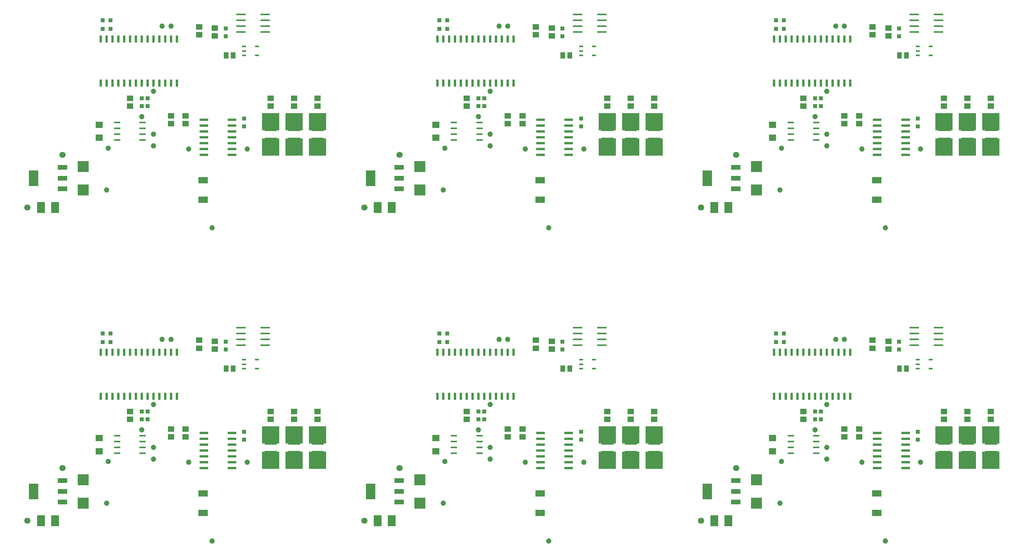
<source format=gbr>
%FSLAX23Y23*%
%MOIN*%
G04 EasyPC Gerber Version 14.0.2 Build 2922 *
%ADD95R,0.01959X0.06093*%
%ADD79R,0.03731X0.03337*%
%ADD91R,0.04000X0.05700*%
%ADD80R,0.07077X0.09243*%
%ADD89R,0.15148X0.15148*%
%ADD22C,0.00100*%
%ADD94R,0.03731X0.01762*%
%ADD86R,0.05306X0.01762*%
%ADD84R,0.08061X0.01762*%
%ADD85R,0.07400X0.02000*%
%ADD78R,0.03337X0.03731*%
%ADD87R,0.08200X0.04200*%
%ADD90R,0.05306X0.04518*%
%ADD81R,0.06487X0.05699*%
%ADD83R,0.07983X0.05778*%
%ADD82R,0.09243X0.09439*%
%ADD92C,0.04518*%
%ADD93C,0.05306*%
%ADD88R,0.08061X0.13573*%
X0Y0D02*
D02*
D22*
X2268Y1111D02*
X2370D01*
Y1170*
X2268*
Y1111*
G36*
X2370*
Y1170*
X2268*
Y1111*
G37*
Y1229D02*
X2370D01*
Y1288*
X2268*
Y1229*
G36*
X2370*
Y1288*
X2268*
Y1229*
G37*
Y3788D02*
X2370D01*
Y3847*
X2268*
Y3788*
G36*
X2370*
Y3847*
X2268*
Y3788*
G37*
Y3906D02*
X2370D01*
Y3965*
X2268*
Y3906*
G36*
X2370*
Y3965*
X2268*
Y3906*
G37*
X2468Y1111D02*
X2570D01*
Y1170*
X2468*
Y1111*
G36*
X2570*
Y1170*
X2468*
Y1111*
G37*
Y1229D02*
X2570D01*
Y1288*
X2468*
Y1229*
G36*
X2570*
Y1288*
X2468*
Y1229*
G37*
Y3788D02*
X2570D01*
Y3847*
X2468*
Y3788*
G36*
X2570*
Y3847*
X2468*
Y3788*
G37*
Y3906D02*
X2570D01*
Y3965*
X2468*
Y3906*
G36*
X2570*
Y3965*
X2468*
Y3906*
G37*
X2668Y1111D02*
X2770D01*
Y1170*
X2668*
Y1111*
G36*
X2770*
Y1170*
X2668*
Y1111*
G37*
Y1229D02*
X2770D01*
Y1288*
X2668*
Y1229*
G36*
X2770*
Y1288*
X2668*
Y1229*
G37*
Y3788D02*
X2770D01*
Y3847*
X2668*
Y3788*
G36*
X2770*
Y3847*
X2668*
Y3788*
G37*
Y3906D02*
X2770D01*
Y3965*
X2668*
Y3906*
G36*
X2770*
Y3965*
X2668*
Y3906*
G37*
X5142Y1111D02*
X5244D01*
Y1170*
X5142*
Y1111*
G36*
X5244*
Y1170*
X5142*
Y1111*
G37*
Y1229D02*
X5244D01*
Y1288*
X5142*
Y1229*
G36*
X5244*
Y1288*
X5142*
Y1229*
G37*
Y3788D02*
X5244D01*
Y3847*
X5142*
Y3788*
G36*
X5244*
Y3847*
X5142*
Y3788*
G37*
Y3906D02*
X5244D01*
Y3965*
X5142*
Y3906*
G36*
X5244*
Y3965*
X5142*
Y3906*
G37*
X5342Y1111D02*
X5444D01*
Y1170*
X5342*
Y1111*
G36*
X5444*
Y1170*
X5342*
Y1111*
G37*
Y1229D02*
X5444D01*
Y1288*
X5342*
Y1229*
G36*
X5444*
Y1288*
X5342*
Y1229*
G37*
Y3788D02*
X5444D01*
Y3847*
X5342*
Y3788*
G36*
X5444*
Y3847*
X5342*
Y3788*
G37*
Y3906D02*
X5444D01*
Y3965*
X5342*
Y3906*
G36*
X5444*
Y3965*
X5342*
Y3906*
G37*
X5542Y1111D02*
X5644D01*
Y1170*
X5542*
Y1111*
G36*
X5644*
Y1170*
X5542*
Y1111*
G37*
Y1229D02*
X5644D01*
Y1288*
X5542*
Y1229*
G36*
X5644*
Y1288*
X5542*
Y1229*
G37*
Y3788D02*
X5644D01*
Y3847*
X5542*
Y3788*
G36*
X5644*
Y3847*
X5542*
Y3788*
G37*
Y3906D02*
X5644D01*
Y3965*
X5542*
Y3906*
G36*
X5644*
Y3965*
X5542*
Y3906*
G37*
X8016Y1111D02*
X8118D01*
Y1170*
X8016*
Y1111*
G36*
X8118*
Y1170*
X8016*
Y1111*
G37*
Y1229D02*
X8118D01*
Y1288*
X8016*
Y1229*
G36*
X8118*
Y1288*
X8016*
Y1229*
G37*
Y3788D02*
X8118D01*
Y3847*
X8016*
Y3788*
G36*
X8118*
Y3847*
X8016*
Y3788*
G37*
Y3906D02*
X8118D01*
Y3965*
X8016*
Y3906*
G36*
X8118*
Y3965*
X8016*
Y3906*
G37*
X8216Y1111D02*
X8318D01*
Y1170*
X8216*
Y1111*
G36*
X8318*
Y1170*
X8216*
Y1111*
G37*
Y1229D02*
X8318D01*
Y1288*
X8216*
Y1229*
G36*
X8318*
Y1288*
X8216*
Y1229*
G37*
Y3788D02*
X8318D01*
Y3847*
X8216*
Y3788*
G36*
X8318*
Y3847*
X8216*
Y3788*
G37*
Y3906D02*
X8318D01*
Y3965*
X8216*
Y3906*
G36*
X8318*
Y3965*
X8216*
Y3906*
G37*
X8416Y1111D02*
X8518D01*
Y1170*
X8416*
Y1111*
G36*
X8518*
Y1170*
X8416*
Y1111*
G37*
Y1229D02*
X8518D01*
Y1288*
X8416*
Y1229*
G36*
X8518*
Y1288*
X8416*
Y1229*
G37*
Y3788D02*
X8518D01*
Y3847*
X8416*
Y3788*
G36*
X8518*
Y3847*
X8416*
Y3788*
G37*
Y3906D02*
X8518D01*
Y3965*
X8416*
Y3906*
G36*
X8518*
Y3965*
X8416*
Y3906*
G37*
D02*
D78*
X1219Y1441D03*
Y1508D03*
Y4118D03*
Y4185D03*
X1269Y1441D03*
Y1508D03*
Y4118D03*
Y4185D03*
X1935Y2037D03*
Y2104D03*
Y4714D03*
Y4781D03*
X2094Y1266D03*
Y1333D03*
Y3943D03*
Y4010D03*
X4093Y1441D03*
Y1508D03*
Y4118D03*
Y4185D03*
X4143Y1441D03*
Y1508D03*
Y4118D03*
Y4185D03*
X4809Y2037D03*
Y2104D03*
Y4714D03*
Y4781D03*
X4968Y1266D03*
Y1333D03*
Y3943D03*
Y4010D03*
X6967Y1441D03*
Y1508D03*
Y4118D03*
Y4185D03*
X7017Y1441D03*
Y1508D03*
Y4118D03*
Y4185D03*
X7683Y2037D03*
Y2104D03*
Y4714D03*
Y4781D03*
X7842Y1266D03*
Y1333D03*
Y3943D03*
Y4010D03*
D02*
D79*
X885Y2100D03*
Y2175D03*
Y4777D03*
Y4852D03*
X952Y2100D03*
Y2175D03*
Y4777D03*
Y4852D03*
X3759Y2100D03*
Y2175D03*
Y4777D03*
Y4852D03*
X3826Y2100D03*
Y2175D03*
Y4777D03*
Y4852D03*
X6633Y2100D03*
Y2175D03*
Y4777D03*
Y4852D03*
X6700Y2100D03*
Y2175D03*
Y4777D03*
Y4852D03*
D02*
D80*
X359Y575D03*
Y3252D03*
X479Y575D03*
Y3252D03*
X3233Y575D03*
Y3252D03*
X3353Y575D03*
Y3252D03*
X6107Y575D03*
Y3252D03*
X6227Y575D03*
Y3252D03*
D02*
D81*
X856Y1169D03*
Y1280D03*
Y3847D03*
Y3957D03*
X3730Y1169D03*
Y1280D03*
Y3847D03*
Y3957D03*
X6604Y1169D03*
Y1280D03*
Y3847D03*
Y3957D03*
D02*
D82*
X719Y725D03*
Y924D03*
Y3402D03*
Y3601D03*
X3593Y725D03*
Y924D03*
Y3402D03*
Y3601D03*
X6467Y725D03*
Y924D03*
Y3402D03*
Y3601D03*
D02*
D83*
X1744Y642D03*
Y808D03*
Y3319D03*
Y3485D03*
X4618Y642D03*
Y808D03*
Y3319D03*
Y3485D03*
X7492Y642D03*
Y808D03*
Y3319D03*
Y3485D03*
D02*
D84*
X2066Y2075D03*
Y2125D03*
Y2175D03*
Y2225D03*
Y4752D03*
Y4802D03*
Y4852D03*
Y4902D03*
X2271Y2075D03*
Y2125D03*
Y2175D03*
Y2225D03*
Y4752D03*
Y4802D03*
Y4852D03*
Y4902D03*
X4940Y2075D03*
Y2125D03*
Y2175D03*
Y2225D03*
Y4752D03*
Y4802D03*
Y4852D03*
Y4902D03*
X5145Y2075D03*
Y2125D03*
Y2175D03*
Y2225D03*
Y4752D03*
Y4802D03*
Y4852D03*
Y4902D03*
X7814Y2075D03*
Y2125D03*
Y2175D03*
Y2225D03*
Y4752D03*
Y4802D03*
Y4852D03*
Y4902D03*
X8019Y2075D03*
Y2125D03*
Y2175D03*
Y2225D03*
Y4752D03*
Y4802D03*
Y4852D03*
Y4902D03*
D02*
D85*
X1748Y1025D03*
Y1075D03*
Y1125D03*
Y1175D03*
Y1225D03*
Y1275D03*
Y1325D03*
Y3702D03*
Y3752D03*
Y3802D03*
Y3852D03*
Y3902D03*
Y3952D03*
Y4002D03*
X1990Y1025D03*
Y1075D03*
Y1125D03*
Y1175D03*
Y1225D03*
Y1275D03*
Y1325D03*
Y3702D03*
Y3752D03*
Y3802D03*
Y3852D03*
Y3902D03*
Y3952D03*
Y4002D03*
X4622Y1025D03*
Y1075D03*
Y1125D03*
Y1175D03*
Y1225D03*
Y1275D03*
Y1325D03*
Y3702D03*
Y3752D03*
Y3802D03*
Y3852D03*
Y3902D03*
Y3952D03*
Y4002D03*
X4864Y1025D03*
Y1075D03*
Y1125D03*
Y1175D03*
Y1225D03*
Y1275D03*
Y1325D03*
Y3702D03*
Y3752D03*
Y3802D03*
Y3852D03*
Y3902D03*
Y3952D03*
Y4002D03*
X7496Y1025D03*
Y1075D03*
Y1125D03*
Y1175D03*
Y1225D03*
Y1275D03*
Y1325D03*
Y3702D03*
Y3752D03*
Y3802D03*
Y3852D03*
Y3902D03*
Y3952D03*
Y4002D03*
X7738Y1025D03*
Y1075D03*
Y1125D03*
Y1175D03*
Y1225D03*
Y1275D03*
Y1325D03*
Y3702D03*
Y3752D03*
Y3802D03*
Y3852D03*
Y3902D03*
Y3952D03*
Y4002D03*
D02*
D86*
X1010Y1150D03*
Y1200D03*
Y1250D03*
Y1300D03*
Y3827D03*
Y3877D03*
Y3927D03*
Y3977D03*
X1227Y1150D03*
Y1200D03*
Y1250D03*
Y1300D03*
Y3827D03*
Y3877D03*
Y3927D03*
Y3977D03*
X3884Y1150D03*
Y1200D03*
Y1250D03*
Y1300D03*
Y3827D03*
Y3877D03*
Y3927D03*
Y3977D03*
X4101Y1150D03*
Y1200D03*
Y1250D03*
Y1300D03*
Y3827D03*
Y3877D03*
Y3927D03*
Y3977D03*
X6758Y1150D03*
Y1200D03*
Y1250D03*
Y1300D03*
Y3827D03*
Y3877D03*
Y3927D03*
Y3977D03*
X6975Y1150D03*
Y1200D03*
Y1250D03*
Y1300D03*
Y3827D03*
Y3877D03*
Y3927D03*
Y3977D03*
D02*
D87*
X541Y734D03*
Y825D03*
Y916D03*
Y3411D03*
Y3502D03*
Y3593D03*
X3415Y734D03*
Y825D03*
Y916D03*
Y3411D03*
Y3502D03*
Y3593D03*
X6289Y734D03*
Y825D03*
Y916D03*
Y3411D03*
Y3502D03*
Y3593D03*
D02*
D88*
X297Y825D03*
Y3502D03*
X3171Y825D03*
Y3502D03*
X6045Y825D03*
Y3502D03*
D02*
D89*
X2319Y1091D03*
Y1308D03*
Y3769D03*
Y3985D03*
X2519Y1091D03*
Y1308D03*
Y3769D03*
Y3985D03*
X2719Y1091D03*
Y1308D03*
Y3769D03*
Y3985D03*
X5193Y1091D03*
Y1308D03*
Y3769D03*
Y3985D03*
X5393Y1091D03*
Y1308D03*
Y3769D03*
Y3985D03*
X5593Y1091D03*
Y1308D03*
Y3769D03*
Y3985D03*
X8067Y1091D03*
Y1308D03*
Y3769D03*
Y3985D03*
X8267Y1091D03*
Y1308D03*
Y3769D03*
Y3985D03*
X8467Y1091D03*
Y1308D03*
Y3769D03*
Y3985D03*
D02*
D90*
X1119Y1441D03*
Y1508D03*
Y4118D03*
Y4185D03*
X1469Y1291D03*
Y1358D03*
Y3968D03*
Y4035D03*
X1594Y1291D03*
Y1358D03*
Y3968D03*
Y4035D03*
X1708Y2049D03*
Y2116D03*
Y4726D03*
Y4793D03*
X1844Y2041D03*
Y2108D03*
Y4718D03*
Y4785D03*
X2319Y1441D03*
Y1508D03*
Y4118D03*
Y4185D03*
X2519Y1441D03*
Y1508D03*
Y4118D03*
Y4185D03*
X2719Y1441D03*
Y1508D03*
Y4118D03*
Y4185D03*
X3993Y1441D03*
Y1508D03*
Y4118D03*
Y4185D03*
X4343Y1291D03*
Y1358D03*
Y3968D03*
Y4035D03*
X4468Y1291D03*
Y1358D03*
Y3968D03*
Y4035D03*
X4582Y2049D03*
Y2116D03*
Y4726D03*
Y4793D03*
X4718Y2041D03*
Y2108D03*
Y4718D03*
Y4785D03*
X5193Y1441D03*
Y1508D03*
Y4118D03*
Y4185D03*
X5393Y1441D03*
Y1508D03*
Y4118D03*
Y4185D03*
X5593Y1441D03*
Y1508D03*
Y4118D03*
Y4185D03*
X6867Y1441D03*
Y1508D03*
Y4118D03*
Y4185D03*
X7217Y1291D03*
Y1358D03*
Y3968D03*
Y4035D03*
X7342Y1291D03*
Y1358D03*
Y3968D03*
Y4035D03*
X7456Y2049D03*
Y2116D03*
Y4726D03*
Y4793D03*
X7592Y2041D03*
Y2108D03*
Y4718D03*
Y4785D03*
X8067Y1441D03*
Y1508D03*
Y4118D03*
Y4185D03*
X8267Y1441D03*
Y1508D03*
Y4118D03*
Y4185D03*
X8467Y1441D03*
Y1508D03*
Y4118D03*
Y4185D03*
D02*
D91*
X1939Y1875D03*
Y4552D03*
X1999Y1875D03*
Y4552D03*
X4813Y1875D03*
Y4552D03*
X4873Y1875D03*
Y4552D03*
X7687Y1875D03*
Y4552D03*
X7747Y1875D03*
Y4552D03*
D02*
D92*
X919Y725D03*
Y3402D03*
X932Y1082D03*
Y3759D03*
X1219Y1350D03*
Y4027D03*
X1319Y1100D03*
Y1200D03*
Y1567D03*
Y3777D03*
Y3877D03*
Y4244D03*
X1394Y2125D03*
Y4802D03*
X1469Y2125D03*
Y4802D03*
X1619Y1075D03*
Y3752D03*
X1819Y400D03*
Y3077D03*
X2119Y1075D03*
Y3752D03*
X3793Y725D03*
Y3402D03*
X3806Y1082D03*
Y3759D03*
X4093Y1350D03*
Y4027D03*
X4193Y1100D03*
Y1200D03*
Y1567D03*
Y3777D03*
Y3877D03*
Y4244D03*
X4268Y2125D03*
Y4802D03*
X4343Y2125D03*
Y4802D03*
X4493Y1075D03*
Y3752D03*
X4693Y400D03*
Y3077D03*
X4993Y1075D03*
Y3752D03*
X6667Y725D03*
Y3402D03*
X6680Y1082D03*
Y3759D03*
X6967Y1350D03*
Y4027D03*
X7067Y1100D03*
Y1200D03*
Y1567D03*
Y3777D03*
Y3877D03*
Y4244D03*
X7142Y2125D03*
Y4802D03*
X7217Y2125D03*
Y4802D03*
X7367Y1075D03*
Y3752D03*
X7567Y400D03*
Y3077D03*
X7867Y1075D03*
Y3752D03*
D02*
D93*
X244Y575D03*
Y3252D03*
X544Y1025D03*
Y3702D03*
X3118Y575D03*
Y3252D03*
X3418Y1025D03*
Y3702D03*
X5992Y575D03*
Y3252D03*
X6292Y1025D03*
Y3702D03*
D02*
D94*
X2094Y1875D03*
Y1912D03*
Y1950D03*
Y4552D03*
Y4589D03*
Y4627D03*
X2204Y1875D03*
Y1950D03*
Y4552D03*
Y4627D03*
X4968Y1875D03*
Y1912D03*
Y1950D03*
Y4552D03*
Y4589D03*
Y4627D03*
X5078Y1875D03*
Y1950D03*
Y4552D03*
Y4627D03*
X7842Y1875D03*
Y1912D03*
Y1950D03*
Y4552D03*
Y4589D03*
Y4627D03*
X7952Y1875D03*
Y1950D03*
Y4552D03*
Y4627D03*
D02*
D95*
X869Y1636D03*
Y2013D03*
Y4314D03*
Y4690D03*
X919Y1636D03*
Y2013D03*
Y4314D03*
Y4690D03*
X969Y1636D03*
Y2013D03*
Y4314D03*
Y4690D03*
X1019Y1636D03*
Y2013D03*
Y4314D03*
Y4690D03*
X1069Y1636D03*
Y2013D03*
Y4314D03*
Y4690D03*
X1119Y1636D03*
Y2013D03*
Y4314D03*
Y4690D03*
X1169Y1636D03*
Y2013D03*
Y4314D03*
Y4690D03*
X1219Y1636D03*
Y2013D03*
Y4314D03*
Y4690D03*
X1269Y1636D03*
Y2013D03*
Y4314D03*
Y4690D03*
X1319Y1636D03*
Y2013D03*
Y4314D03*
Y4690D03*
X1369Y1636D03*
Y2013D03*
Y4314D03*
Y4690D03*
X1419Y1636D03*
Y2013D03*
Y4314D03*
Y4690D03*
X1469Y1636D03*
Y2013D03*
Y4314D03*
Y4690D03*
X1519Y1636D03*
Y2013D03*
Y4314D03*
Y4690D03*
X3743Y1636D03*
Y2013D03*
Y4314D03*
Y4690D03*
X3793Y1636D03*
Y2013D03*
Y4314D03*
Y4690D03*
X3843Y1636D03*
Y2013D03*
Y4314D03*
Y4690D03*
X3893Y1636D03*
Y2013D03*
Y4314D03*
Y4690D03*
X3943Y1636D03*
Y2013D03*
Y4314D03*
Y4690D03*
X3993Y1636D03*
Y2013D03*
Y4314D03*
Y4690D03*
X4043Y1636D03*
Y2013D03*
Y4314D03*
Y4690D03*
X4093Y1636D03*
Y2013D03*
Y4314D03*
Y4690D03*
X4143Y1636D03*
Y2013D03*
Y4314D03*
Y4690D03*
X4193Y1636D03*
Y2013D03*
Y4314D03*
Y4690D03*
X4243Y1636D03*
Y2013D03*
Y4314D03*
Y4690D03*
X4293Y1636D03*
Y2013D03*
Y4314D03*
Y4690D03*
X4343Y1636D03*
Y2013D03*
Y4314D03*
Y4690D03*
X4393Y1636D03*
Y2013D03*
Y4314D03*
Y4690D03*
X6617Y1636D03*
Y2013D03*
Y4314D03*
Y4690D03*
X6667Y1636D03*
Y2013D03*
Y4314D03*
Y4690D03*
X6717Y1636D03*
Y2013D03*
Y4314D03*
Y4690D03*
X6767Y1636D03*
Y2013D03*
Y4314D03*
Y4690D03*
X6817Y1636D03*
Y2013D03*
Y4314D03*
Y4690D03*
X6867Y1636D03*
Y2013D03*
Y4314D03*
Y4690D03*
X6917Y1636D03*
Y2013D03*
Y4314D03*
Y4690D03*
X6967Y1636D03*
Y2013D03*
Y4314D03*
Y4690D03*
X7017Y1636D03*
Y2013D03*
Y4314D03*
Y4690D03*
X7067Y1636D03*
Y2013D03*
Y4314D03*
Y4690D03*
X7117Y1636D03*
Y2013D03*
Y4314D03*
Y4690D03*
X7167Y1636D03*
Y2013D03*
Y4314D03*
Y4690D03*
X7217Y1636D03*
Y2013D03*
Y4314D03*
Y4690D03*
X7267Y1636D03*
Y2013D03*
Y4314D03*
Y4690D03*
X0Y0D02*
M02*

</source>
